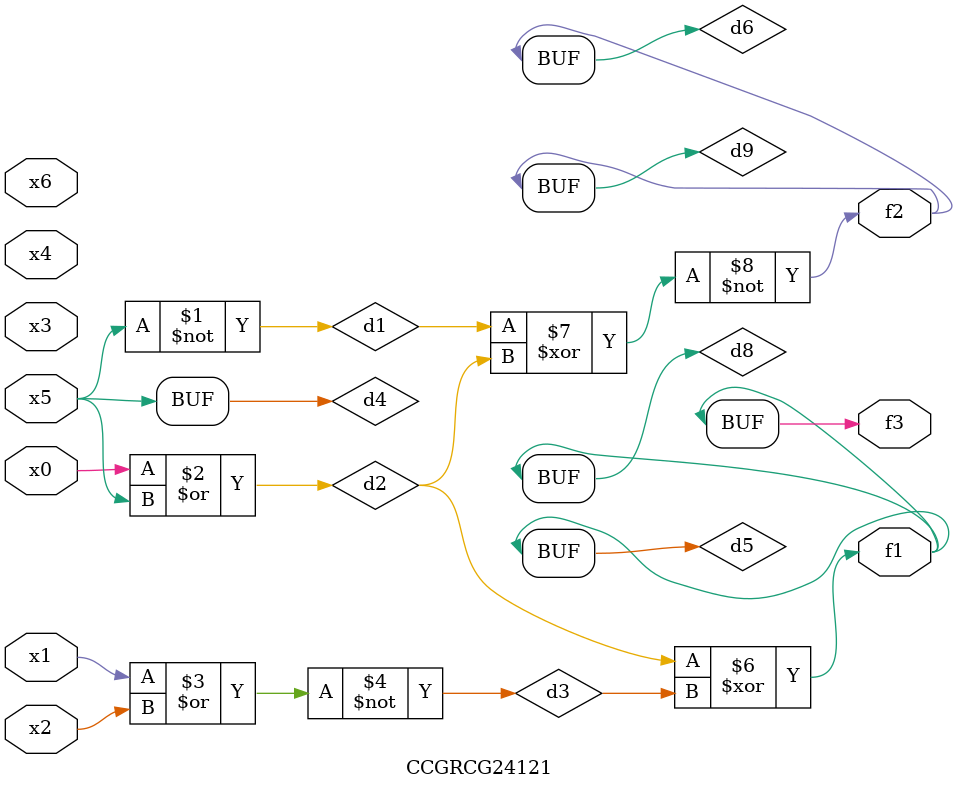
<source format=v>
module CCGRCG24121(
	input x0, x1, x2, x3, x4, x5, x6,
	output f1, f2, f3
);

	wire d1, d2, d3, d4, d5, d6, d7, d8, d9;

	nand (d1, x5);
	or (d2, x0, x5);
	nor (d3, x1, x2);
	xnor (d4, d1);
	xor (d5, d2, d3);
	xnor (d6, d1, d2);
	not (d7, x4);
	buf (d8, d5);
	xor (d9, d6);
	assign f1 = d8;
	assign f2 = d9;
	assign f3 = d8;
endmodule

</source>
